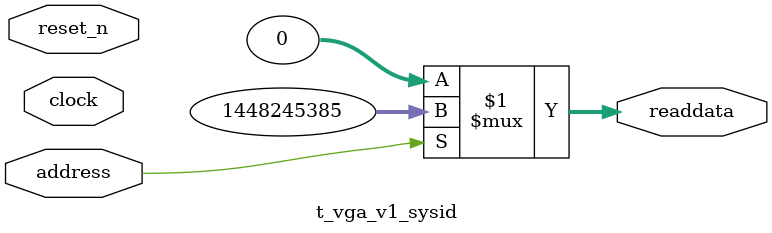
<source format=v>

`timescale 1ns / 1ps
// synthesis translate_on

// turn off superfluous verilog processor warnings 
// altera message_level Level1 
// altera message_off 10034 10035 10036 10037 10230 10240 10030 

module t_vga_v1_sysid (
               // inputs:
                address,
                clock,
                reset_n,

               // outputs:
                readdata
             )
;

  output  [ 31: 0] readdata;
  input            address;
  input            clock;
  input            reset_n;

  wire    [ 31: 0] readdata;
  //control_slave, which is an e_avalon_slave
  assign readdata = address ? 1448245385 : 0;

endmodule




</source>
